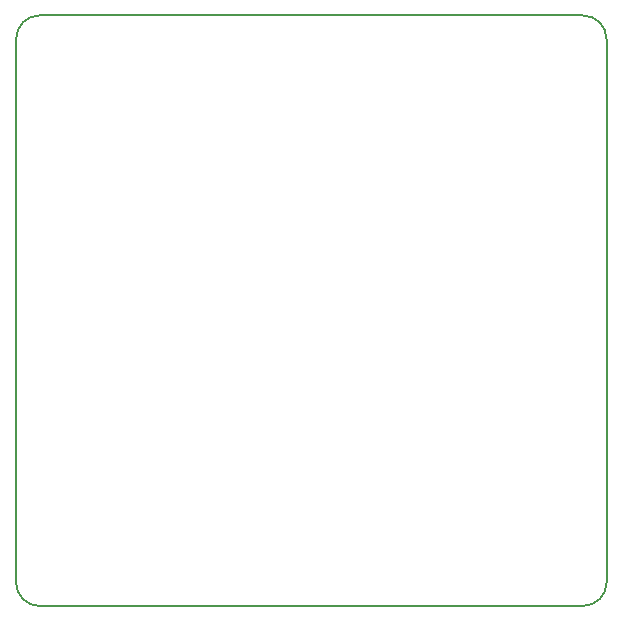
<source format=gbr>
%FSLAX34Y34*%
%MOMM*%
%LNOUTLINE*%
G71*
G01*
%ADD10C, 0.200*%
%LPD*%
G54D10*
X23000Y1000D02*
X483000Y1000D01*
G54D10*
G75*
G01X23000Y1000D02*
G03X3000Y-19000I0J-20000D01*
G01*
G54D10*
G75*
G01X503000Y-19000D02*
G03X483000Y1000I-20000J0D01*
G01*
G54D10*
X3000Y-19000D02*
X3000Y-479000D01*
G54D10*
G75*
G01X3000Y-479000D02*
G03X23000Y-499000I20000J0D01*
G01*
G54D10*
X503000Y-19000D02*
X503000Y-479000D01*
G54D10*
G75*
G01X483000Y-499000D02*
G03X503000Y-479000I0J20000D01*
G01*
G54D10*
X23000Y-499000D02*
X483000Y-499000D01*
M02*

</source>
